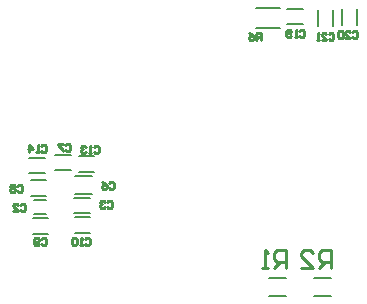
<source format=gbo>
G04*
G04 #@! TF.GenerationSoftware,Altium Limited,Altium Designer,23.9.2 (47)*
G04*
G04 Layer_Color=32896*
%FSLAX44Y44*%
%MOMM*%
G71*
G04*
G04 #@! TF.SameCoordinates,250A9CB9-7403-4FF4-BB43-A60BEB693519*
G04*
G04*
G04 #@! TF.FilePolarity,Positive*
G04*
G01*
G75*
%ADD11C,0.2000*%
%ADD15C,0.2540*%
D11*
X161302Y148462D02*
X174027D01*
X161302Y134963D02*
X174027D01*
X140620Y149860D02*
X154020D01*
X140620Y137160D02*
X154020D01*
X157130Y113030D02*
X170530D01*
X157130Y100330D02*
X170530D01*
X158069Y116960D02*
X172131D01*
X158069Y131960D02*
X172131D01*
X121932Y83095D02*
X134657D01*
X121932Y96594D02*
X134657D01*
X157528Y83786D02*
X170253D01*
X157528Y97287D02*
X170253D01*
X119030Y134620D02*
X132430D01*
X119030Y147320D02*
X132430D01*
X122956Y111224D02*
X133584D01*
X122956Y99596D02*
X133584D01*
X120613Y115170D02*
X133338D01*
X120613Y128670D02*
X133338D01*
X359982Y30671D02*
X374743D01*
X359982Y45529D02*
X374743D01*
X321882D02*
X336643D01*
X321882Y30671D02*
X336643D01*
X311169Y273930D02*
X331290D01*
X311169Y256930D02*
X331290D01*
X383540Y260000D02*
Y273400D01*
X396240Y260000D02*
Y273400D01*
X363220Y258730D02*
Y272130D01*
X375920Y258730D02*
Y272130D01*
X337280Y273050D02*
X350680D01*
X337280Y260350D02*
X350680D01*
D15*
X314878Y247191D02*
Y253189D01*
X311879D01*
X310880Y252189D01*
Y250190D01*
X311879Y249190D01*
X314878D01*
X312879D02*
X310880Y247191D01*
X304882Y253189D02*
X306881Y252189D01*
X308880Y250190D01*
Y248191D01*
X307881Y247191D01*
X305881D01*
X304882Y248191D01*
Y249190D01*
X305881Y250190D01*
X308880D01*
X374093Y54229D02*
Y69464D01*
X366476D01*
X363937Y66925D01*
Y61846D01*
X366476Y59307D01*
X374093D01*
X369015D02*
X363937Y54229D01*
X348702D02*
X358858D01*
X348702Y64386D01*
Y66925D01*
X351241Y69464D01*
X356319D01*
X358858Y66925D01*
X335993Y54229D02*
Y69464D01*
X328376D01*
X325837Y66925D01*
Y61846D01*
X328376Y59307D01*
X335993D01*
X330915D02*
X325837Y54229D01*
X320758D02*
X315680D01*
X318219D01*
Y69464D01*
X320758Y66925D01*
X372569Y252189D02*
X373569Y253189D01*
X375568D01*
X376568Y252189D01*
Y248191D01*
X375568Y247191D01*
X373569D01*
X372569Y248191D01*
X366571Y247191D02*
X370570D01*
X366571Y251190D01*
Y252189D01*
X367571Y253189D01*
X369570D01*
X370570Y252189D01*
X364572Y247191D02*
X362572D01*
X363572D01*
Y253189D01*
X364572Y252189D01*
X392619Y253459D02*
X393618Y254459D01*
X395618D01*
X396617Y253459D01*
Y249461D01*
X395618Y248461D01*
X393618D01*
X392619Y249461D01*
X386621Y248461D02*
X390619D01*
X386621Y252460D01*
Y253459D01*
X387620Y254459D01*
X389620D01*
X390619Y253459D01*
X384621D02*
X383622Y254459D01*
X381622D01*
X380623Y253459D01*
Y249461D01*
X381622Y248461D01*
X383622D01*
X384621Y249461D01*
Y253459D01*
X347669Y254729D02*
X348669Y255729D01*
X350668D01*
X351668Y254729D01*
Y250731D01*
X350668Y249731D01*
X348669D01*
X347669Y250731D01*
X345670Y249731D02*
X343670D01*
X344670D01*
Y255729D01*
X345670Y254729D01*
X340671Y250731D02*
X339672Y249731D01*
X337672D01*
X336672Y250731D01*
Y254729D01*
X337672Y255729D01*
X339672D01*
X340671Y254729D01*
Y253730D01*
X339672Y252730D01*
X336672D01*
X129039Y156939D02*
X130039Y157939D01*
X132038D01*
X133038Y156939D01*
Y152941D01*
X132038Y151941D01*
X130039D01*
X129039Y152941D01*
X127039Y151941D02*
X125040D01*
X126040D01*
Y157939D01*
X127039Y156939D01*
X119042Y151941D02*
Y157939D01*
X122041Y154940D01*
X118042D01*
X173703Y156412D02*
X174703Y157412D01*
X176702D01*
X177702Y156412D01*
Y152413D01*
X176702Y151413D01*
X174703D01*
X173703Y152413D01*
X171704Y151413D02*
X169704D01*
X170704D01*
Y157412D01*
X171704Y156412D01*
X166705D02*
X165706Y157412D01*
X163706D01*
X162707Y156412D01*
Y155412D01*
X163706Y154412D01*
X164706D01*
X163706D01*
X162707Y153413D01*
Y152413D01*
X163706Y151413D01*
X165706D01*
X166705Y152413D01*
X166119Y78158D02*
X167119Y79158D01*
X169118D01*
X170118Y78158D01*
Y74160D01*
X169118Y73160D01*
X167119D01*
X166119Y74160D01*
X164120Y73160D02*
X162121D01*
X163120D01*
Y79158D01*
X164120Y78158D01*
X159122D02*
X158122Y79158D01*
X156123D01*
X155123Y78158D01*
Y74160D01*
X156123Y73160D01*
X158122D01*
X159122Y74160D01*
Y78158D01*
X129294Y78199D02*
X130294Y79198D01*
X132293D01*
X133293Y78199D01*
Y74200D01*
X132293Y73200D01*
X130294D01*
X129294Y74200D01*
X127295D02*
X126295Y73200D01*
X124296D01*
X123296Y74200D01*
Y78199D01*
X124296Y79198D01*
X126295D01*
X127295Y78199D01*
Y77199D01*
X126295Y76199D01*
X123296D01*
X108925Y123593D02*
X109925Y124593D01*
X111924D01*
X112924Y123593D01*
Y119594D01*
X111924Y118595D01*
X109925D01*
X108925Y119594D01*
X106926Y123593D02*
X105926Y124593D01*
X103927D01*
X102927Y123593D01*
Y122593D01*
X103927Y121594D01*
X102927Y120594D01*
Y119594D01*
X103927Y118595D01*
X105926D01*
X106926Y119594D01*
Y120594D01*
X105926Y121594D01*
X106926Y122593D01*
Y123593D01*
X105926Y121594D02*
X103927D01*
X149590Y158209D02*
X150589Y159209D01*
X152589D01*
X153588Y158209D01*
Y154211D01*
X152589Y153211D01*
X150589D01*
X149590Y154211D01*
X147590Y159209D02*
X143592D01*
Y158209D01*
X147590Y154211D01*
Y153211D01*
X186420Y126117D02*
X187419Y127117D01*
X189419D01*
X190418Y126117D01*
Y122118D01*
X189419Y121119D01*
X187419D01*
X186420Y122118D01*
X180422Y127117D02*
X182421Y126117D01*
X184420Y124118D01*
Y122118D01*
X183421Y121119D01*
X181421D01*
X180422Y122118D01*
Y123118D01*
X181421Y124118D01*
X184420D01*
X184960Y109949D02*
X185959Y110949D01*
X187959D01*
X188958Y109949D01*
Y105951D01*
X187959Y104951D01*
X185959D01*
X184960Y105951D01*
X182960Y109949D02*
X181961Y110949D01*
X179961D01*
X178962Y109949D01*
Y108950D01*
X179961Y107950D01*
X180961D01*
X179961D01*
X178962Y106950D01*
Y105951D01*
X179961Y104951D01*
X181961D01*
X182960Y105951D01*
X111490Y107409D02*
X112489Y108409D01*
X114489D01*
X115488Y107409D01*
Y103411D01*
X114489Y102411D01*
X112489D01*
X111490Y103411D01*
X105492Y102411D02*
X109490D01*
X105492Y106410D01*
Y107409D01*
X106491Y108409D01*
X108491D01*
X109490Y107409D01*
M02*

</source>
